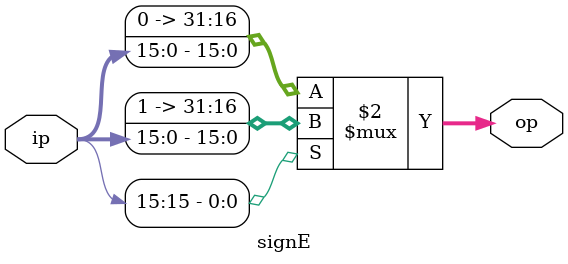
<source format=v>
module signE(ip,op);
input [15:0] ip;
output [31:0] op;

assign op = (ip[15]==0)? {16'b 0000_0000_0000_0000,ip }:{16'b 1111_1111_1111_1111 , ip};
endmodule 

</source>
